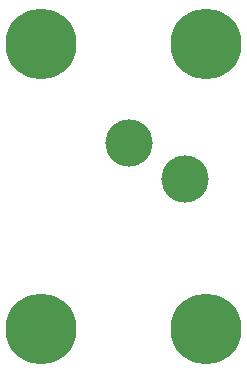
<source format=gbl>
G04 #@! TF.GenerationSoftware,KiCad,Pcbnew,5.1.5-52549c5~84~ubuntu18.04.1*
G04 #@! TF.CreationDate,2020-02-25T14:57:26-08:00*
G04 #@! TF.ProjectId,NeutrikSpeakon,4e657574-7269-46b5-9370-65616b6f6e2e,rev?*
G04 #@! TF.SameCoordinates,Original*
G04 #@! TF.FileFunction,Copper,L2,Bot*
G04 #@! TF.FilePolarity,Positive*
%FSLAX46Y46*%
G04 Gerber Fmt 4.6, Leading zero omitted, Abs format (unit mm)*
G04 Created by KiCad (PCBNEW 5.1.5-52549c5~84~ubuntu18.04.1) date 2020-02-25 14:57:26*
%MOMM*%
%LPD*%
G04 APERTURE LIST*
%ADD10C,4.000500*%
%ADD11C,5.999480*%
G04 APERTURE END LIST*
D10*
X135700000Y-111300000D03*
X140400000Y-114300000D03*
D11*
X142240000Y-102870000D03*
X128270000Y-102870000D03*
X142240000Y-127000000D03*
X128270000Y-127000000D03*
M02*

</source>
